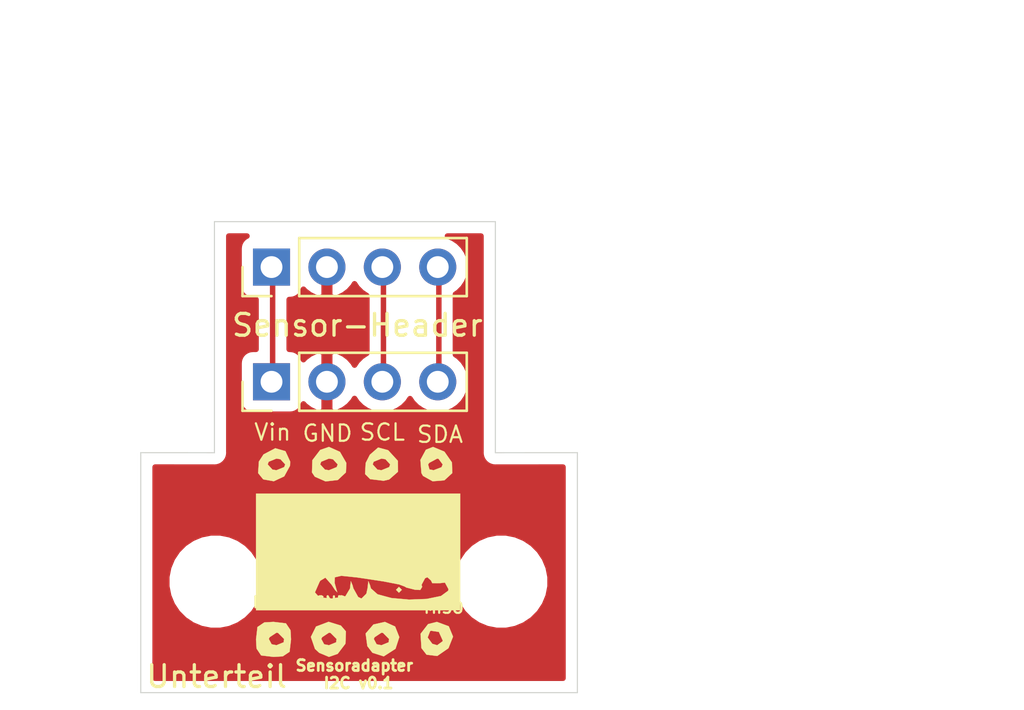
<source format=kicad_pcb>
(kicad_pcb (version 20171130) (host pcbnew "(5.1.8)-1")

  (general
    (thickness 1.6)
    (drawings 18)
    (tracks 6)
    (zones 0)
    (modules 5)
    (nets 5)
  )

  (page A4)
  (layers
    (0 F.Cu signal)
    (31 B.Cu signal)
    (32 B.Adhes user)
    (33 F.Adhes user)
    (34 B.Paste user)
    (35 F.Paste user)
    (36 B.SilkS user)
    (37 F.SilkS user)
    (38 B.Mask user)
    (39 F.Mask user)
    (40 Dwgs.User user)
    (41 Cmts.User user)
    (42 Eco1.User user)
    (43 Eco2.User user hide)
    (44 Edge.Cuts user)
    (45 Margin user)
    (46 B.CrtYd user)
    (47 F.CrtYd user)
    (48 B.Fab user)
    (49 F.Fab user)
  )

  (setup
    (last_trace_width 0.25)
    (trace_clearance 0.2)
    (zone_clearance 0.508)
    (zone_45_only no)
    (trace_min 0.2)
    (via_size 0.8)
    (via_drill 0.4)
    (via_min_size 0.4)
    (via_min_drill 0.3)
    (uvia_size 0.3)
    (uvia_drill 0.1)
    (uvias_allowed no)
    (uvia_min_size 0.2)
    (uvia_min_drill 0.1)
    (edge_width 0.05)
    (segment_width 0.2)
    (pcb_text_width 0.3)
    (pcb_text_size 1.5 1.5)
    (mod_edge_width 0.12)
    (mod_text_size 1 1)
    (mod_text_width 0.15)
    (pad_size 3.2 3.2)
    (pad_drill 3.2)
    (pad_to_mask_clearance 0.051)
    (solder_mask_min_width 0.25)
    (aux_axis_origin 0 0)
    (visible_elements 7FFFFFFF)
    (pcbplotparams
      (layerselection 0x010fc_ffffffff)
      (usegerberextensions false)
      (usegerberattributes false)
      (usegerberadvancedattributes false)
      (creategerberjobfile false)
      (excludeedgelayer true)
      (linewidth 0.100000)
      (plotframeref false)
      (viasonmask false)
      (mode 1)
      (useauxorigin false)
      (hpglpennumber 1)
      (hpglpenspeed 20)
      (hpglpendiameter 15.000000)
      (psnegative false)
      (psa4output false)
      (plotreference true)
      (plotvalue true)
      (plotinvisibletext false)
      (padsonsilk false)
      (subtractmaskfromsilk false)
      (outputformat 1)
      (mirror false)
      (drillshape 0)
      (scaleselection 1)
      (outputdirectory "Gerber/"))
  )

  (net 0 "")
  (net 1 GND)
  (net 2 Vin)
  (net 3 SDA)
  (net 4 SCL)

  (net_class Default "Dies ist die voreingestellte Netzklasse."
    (clearance 0.2)
    (trace_width 0.25)
    (via_dia 0.8)
    (via_drill 0.4)
    (uvia_dia 0.3)
    (uvia_drill 0.1)
    (add_net GND)
    (add_net SCL)
    (add_net SDA)
    (add_net Vin)
  )

  (module "Logo Attno.de:Logo_druck" (layer F.Cu) (tedit 0) (tstamp 5FB546B9)
    (at 70.0786 81.6356)
    (fp_text reference G*** (at 0 0) (layer F.SilkS) hide
      (effects (font (size 1.524 1.524) (thickness 0.3)))
    )
    (fp_text value LOGO (at 0.75 0) (layer F.SilkS) hide
      (effects (font (size 1.524 1.524) (thickness 0.3)))
    )
    (fp_poly (pts (xy 2.138947 1.737895) (xy 2.005263 1.871579) (xy 1.871578 1.737895) (xy 2.005263 1.60421)
      (xy 2.138947 1.737895)) (layer F.SilkS) (width 0.01))
    (fp_poly (pts (xy 4.089816 -4.595979) (xy 4.434735 -4.1028) (xy 4.449882 -3.612879) (xy 4.088167 -3.2809)
      (xy 3.55026 -3.237404) (xy 3.109036 -3.48305) (xy 3.03774 -3.609474) (xy 3.005379 -4.010526)
      (xy 3.342105 -4.010526) (xy 3.402717 -3.781632) (xy 3.593694 -3.743158) (xy 3.959511 -3.882751)
      (xy 4.010526 -4.010526) (xy 3.818628 -4.270242) (xy 3.758937 -4.277895) (xy 3.39683 -4.083545)
      (xy 3.342105 -4.010526) (xy 3.005379 -4.010526) (xy 2.988838 -4.215517) (xy 3.2409 -4.683255)
      (xy 3.568344 -4.812632) (xy 4.089816 -4.595979)) (layer F.SilkS) (width 0.01))
    (fp_poly (pts (xy 1.497215 -4.664621) (xy 1.521708 -4.649808) (xy 1.958071 -4.173721) (xy 1.961382 -3.672715)
      (xy 1.558773 -3.320009) (xy 1.304155 -3.2608) (xy 0.68795 -3.334446) (xy 0.453572 -3.569022)
      (xy 0.476776 -4.010526) (xy 0.802105 -4.010526) (xy 1.018662 -3.773323) (xy 1.203157 -3.743158)
      (xy 1.558963 -3.887529) (xy 1.60421 -4.010526) (xy 1.387653 -4.24773) (xy 1.203157 -4.277895)
      (xy 0.847352 -4.133524) (xy 0.802105 -4.010526) (xy 0.476776 -4.010526) (xy 0.480169 -4.075083)
      (xy 0.671125 -4.452433) (xy 1.053407 -4.785038) (xy 1.497215 -4.664621)) (layer F.SilkS) (width 0.01))
    (fp_poly (pts (xy -0.698937 -4.587399) (xy -0.404882 -4.076307) (xy -0.425046 -3.643362) (xy -0.795864 -3.295983)
      (xy -1.358492 -3.230802) (xy -1.850527 -3.44782) (xy -1.981271 -3.643362) (xy -1.968038 -4.010526)
      (xy -1.604211 -4.010526) (xy -1.387654 -3.773323) (xy -1.203158 -3.743158) (xy -0.847353 -3.887529)
      (xy -0.802106 -4.010526) (xy -1.018663 -4.24773) (xy -1.203158 -4.277895) (xy -1.558964 -4.133524)
      (xy -1.604211 -4.010526) (xy -1.968038 -4.010526) (xy -1.960981 -4.206313) (xy -1.604019 -4.673505)
      (xy -1.203158 -4.812632) (xy -0.698937 -4.587399)) (layer F.SilkS) (width 0.01))
    (fp_poly (pts (xy -3.196971 -4.616923) (xy -2.979926 -4.140395) (xy -2.989143 -3.94488) (xy -3.252289 -3.462408)
      (xy -3.731266 -3.239198) (xy -4.214277 -3.323615) (xy -4.449336 -3.611454) (xy -4.423182 -4.010526)
      (xy -4.010527 -4.010526) (xy -3.79397 -3.773323) (xy -3.609474 -3.743158) (xy -3.253669 -3.887529)
      (xy -3.208422 -4.010526) (xy -3.424979 -4.24773) (xy -3.609474 -4.277895) (xy -3.96528 -4.133524)
      (xy -4.010527 -4.010526) (xy -4.423182 -4.010526) (xy -4.414565 -4.142002) (xy -4.201504 -4.468872)
      (xy -3.662664 -4.7517) (xy -3.196971 -4.616923)) (layer F.SilkS) (width 0.01))
    (fp_poly (pts (xy 4.812631 2.673684) (xy -4.545264 2.673684) (xy -4.545264 1.85671) (xy -1.84514 1.85671)
      (xy -1.640977 2.086836) (xy -1.069474 2.138947) (xy -0.449193 2.032284) (xy -0.236914 1.678869)
      (xy -0.236354 1.671053) (xy -0.199008 1.341536) (xy -0.120086 1.531401) (xy -0.083065 1.671053)
      (xy 0.137174 2.067551) (xy 0.286972 2.138947) (xy 0.512231 1.91694) (xy 0.565751 1.671053)
      (xy 0.603097 1.341536) (xy 0.682019 1.531401) (xy 0.71904 1.671053) (xy 1.023883 1.942669)
      (xy 1.661629 2.1152) (xy 2.468428 2.186887) (xy 3.280431 2.155969) (xy 3.933785 2.020685)
      (xy 4.264641 1.779275) (xy 4.277894 1.709289) (xy 4.113499 1.405706) (xy 3.876842 1.43353)
      (xy 3.532945 1.431665) (xy 3.475789 1.312671) (xy 3.31091 1.162077) (xy 3.204059 1.205853)
      (xy 3.040408 1.51151) (xy 3.071649 1.599214) (xy 2.983308 1.745726) (xy 2.741799 1.73488)
      (xy 2.344973 1.633411) (xy 2.272631 1.590545) (xy 2.017938 1.492766) (xy 1.298922 1.353099)
      (xy 0.183184 1.184476) (xy 0.064366 1.16815) (xy -0.638136 1.095906) (xy -0.934809 1.164674)
      (xy -0.945218 1.415944) (xy -0.918078 1.509049) (xy -0.821817 1.851758) (xy -0.926927 1.742986)
      (xy -1.080524 1.50529) (xy -1.365887 1.180679) (xy -1.595147 1.317081) (xy -1.631354 1.371606)
      (xy -1.84514 1.85671) (xy -4.545264 1.85671) (xy -4.545264 -2.673684) (xy 4.812631 -2.673684)
      (xy 4.812631 2.673684)) (layer F.SilkS) (width 0.01))
    (fp_poly (pts (xy 4.289104 3.40888) (xy 4.485854 3.883973) (xy 4.275068 4.414984) (xy 3.760298 4.770967)
      (xy 3.272011 4.712338) (xy 3.03774 4.411579) (xy 3.005955 3.923658) (xy 3.321753 3.923658)
      (xy 3.535729 4.214069) (xy 3.758937 4.277895) (xy 4.005698 4.098505) (xy 4.010526 4.055088)
      (xy 3.836112 3.667614) (xy 3.47406 3.613807) (xy 3.434135 3.635217) (xy 3.321753 3.923658)
      (xy 3.005955 3.923658) (xy 2.995131 3.757507) (xy 3.340792 3.309889) (xy 3.743157 3.208421)
      (xy 4.289104 3.40888)) (layer F.SilkS) (width 0.01))
    (fp_poly (pts (xy 1.830489 3.420844) (xy 2.023085 3.906185) (xy 1.850749 4.436547) (xy 1.843454 4.445467)
      (xy 1.308609 4.788602) (xy 0.789363 4.623462) (xy 0.556657 4.318854) (xy 0.512481 3.990474)
      (xy 0.85335 3.990474) (xy 0.982414 4.234271) (xy 1.203157 4.277895) (xy 1.535916 4.142232)
      (xy 1.552964 3.990474) (xy 1.276938 3.714239) (xy 1.203157 3.703053) (xy 0.889659 3.911204)
      (xy 0.85335 3.990474) (xy 0.512481 3.990474) (xy 0.479001 3.74161) (xy 0.834794 3.328056)
      (xy 1.36171 3.208421) (xy 1.830489 3.420844)) (layer F.SilkS) (width 0.01))
    (fp_poly (pts (xy -0.654718 3.377959) (xy -0.425046 3.643362) (xy -0.445336 4.206313) (xy -0.802298 4.673505)
      (xy -1.203158 4.812632) (xy -1.650245 4.625796) (xy -1.843455 4.445467) (xy -1.999823 3.990474)
      (xy -1.552965 3.990474) (xy -1.423901 4.234271) (xy -1.203158 4.277895) (xy -0.870399 4.142232)
      (xy -0.853351 3.990474) (xy -1.129378 3.714239) (xy -1.203158 3.703053) (xy -1.516657 3.911204)
      (xy -1.552965 3.990474) (xy -1.999823 3.990474) (xy -2.031887 3.897179) (xy -1.795855 3.42208)
      (xy -1.233012 3.208837) (xy -1.203158 3.208421) (xy -0.654718 3.377959)) (layer F.SilkS) (width 0.01))
    (fp_poly (pts (xy -3.175028 3.274671) (xy -2.965626 3.587178) (xy -2.941053 4.010526) (xy -3.007304 4.578657)
      (xy -3.319811 4.788059) (xy -3.743158 4.812632) (xy -4.311289 4.746381) (xy -4.520691 4.433874)
      (xy -4.545264 4.010526) (xy -4.542926 3.990474) (xy -3.959281 3.990474) (xy -3.830217 4.234271)
      (xy -3.609474 4.277895) (xy -3.276715 4.142232) (xy -3.259667 3.990474) (xy -3.535693 3.714239)
      (xy -3.609474 3.703053) (xy -3.922973 3.911204) (xy -3.959281 3.990474) (xy -4.542926 3.990474)
      (xy -4.479013 3.442395) (xy -4.166506 3.232994) (xy -3.743158 3.208421) (xy -3.175028 3.274671)) (layer F.SilkS) (width 0.01))
  )

  (module MountingHole:MountingHole_3.2mm_M3_DIN965 (layer F.Cu) (tedit 56D1B4CB) (tstamp 5FB545CE)
    (at 76.776 83)
    (descr "Mounting Hole 3.2mm, no annular, M3, DIN965")
    (tags "mounting hole 3.2mm no annular m3 din965")
    (attr virtual)
    (fp_text reference REF** (at 0 -3.8) (layer F.SilkS) hide
      (effects (font (size 1 1) (thickness 0.15)))
    )
    (fp_text value MountingHole_3.2mm_M3_DIN965 (at 1.9132 9.8878) (layer F.Fab) hide
      (effects (font (size 1 1) (thickness 0.15)))
    )
    (fp_circle (center 0 0) (end 3.05 0) (layer F.CrtYd) (width 0.05))
    (fp_circle (center 0 0) (end 2.8 0) (layer Cmts.User) (width 0.15))
    (fp_text user %R (at 0.3 0) (layer F.Fab)
      (effects (font (size 1 1) (thickness 0.15)))
    )
    (pad 1 np_thru_hole circle (at 0 0) (size 3.2 3.2) (drill 3.2) (layers *.Cu *.Mask))
  )

  (module MountingHole:MountingHole_3.2mm_M3_DIN965 (layer F.Cu) (tedit 56D1B4CB) (tstamp 5FB54561)
    (at 63.6778 83)
    (descr "Mounting Hole 3.2mm, no annular, M3, DIN965")
    (tags "mounting hole 3.2mm no annular m3 din965")
    (attr virtual)
    (fp_text reference REF** (at 0 -3.8) (layer F.SilkS) hide
      (effects (font (size 1 1) (thickness 0.15)))
    )
    (fp_text value MountingHole_3.2mm_M3_DIN965 (at -1.778 11.7674) (layer F.Fab) hide
      (effects (font (size 1 1) (thickness 0.15)))
    )
    (fp_circle (center 0 0) (end 3.05 0) (layer F.CrtYd) (width 0.05))
    (fp_circle (center 0 0) (end 2.8 0) (layer Cmts.User) (width 0.15))
    (fp_text user %R (at 0.3 0) (layer F.Fab)
      (effects (font (size 1 1) (thickness 0.15)))
    )
    (pad 1 np_thru_hole circle (at 0 0) (size 3.2 3.2) (drill 3.2) (layers *.Cu *.Mask))
  )

  (module Connector_PinHeader_2.54mm:PinHeader_1x04_P2.54mm_Vertical (layer F.Cu) (tedit 59FED5CC) (tstamp 5FB4E52C)
    (at 66.2432 73.8378 90)
    (descr "Through hole straight pin header, 1x04, 2.54mm pitch, single row")
    (tags "Through hole pin header THT 1x04 2.54mm single row")
    (path /5FB4ED2F)
    (fp_text reference CON-Header1 (at 4.7244 24.2824 90) (layer F.SilkS) hide
      (effects (font (size 1 1) (thickness 0.15)))
    )
    (fp_text value Conn_01x04_Male (at 4.6228 25.4 90) (layer F.Fab)
      (effects (font (size 1 1) (thickness 0.15)))
    )
    (fp_line (start 1.8 -1.8) (end -1.8 -1.8) (layer F.CrtYd) (width 0.05))
    (fp_line (start 1.8 9.4) (end 1.8 -1.8) (layer F.CrtYd) (width 0.05))
    (fp_line (start -1.8 9.4) (end 1.8 9.4) (layer F.CrtYd) (width 0.05))
    (fp_line (start -1.8 -1.8) (end -1.8 9.4) (layer F.CrtYd) (width 0.05))
    (fp_line (start -1.33 -1.33) (end 0 -1.33) (layer F.SilkS) (width 0.12))
    (fp_line (start -1.33 0) (end -1.33 -1.33) (layer F.SilkS) (width 0.12))
    (fp_line (start -1.33 1.27) (end 1.33 1.27) (layer F.SilkS) (width 0.12))
    (fp_line (start 1.33 1.27) (end 1.33 8.95) (layer F.SilkS) (width 0.12))
    (fp_line (start -1.33 1.27) (end -1.33 8.95) (layer F.SilkS) (width 0.12))
    (fp_line (start -1.33 8.95) (end 1.33 8.95) (layer F.SilkS) (width 0.12))
    (fp_line (start -1.27 -0.635) (end -0.635 -1.27) (layer F.Fab) (width 0.1))
    (fp_line (start -1.27 8.89) (end -1.27 -0.635) (layer F.Fab) (width 0.1))
    (fp_line (start 1.27 8.89) (end -1.27 8.89) (layer F.Fab) (width 0.1))
    (fp_line (start 1.27 -1.27) (end 1.27 8.89) (layer F.Fab) (width 0.1))
    (fp_line (start -0.635 -1.27) (end 1.27 -1.27) (layer F.Fab) (width 0.1))
    (fp_text user %R (at -5.9436 28.9306) (layer F.Fab)
      (effects (font (size 1 1) (thickness 0.15)))
    )
    (pad 4 thru_hole oval (at 0 7.62 90) (size 1.7 1.7) (drill 1) (layers *.Cu *.Mask)
      (net 3 SDA))
    (pad 3 thru_hole oval (at 0 5.08 90) (size 1.7 1.7) (drill 1) (layers *.Cu *.Mask)
      (net 4 SCL))
    (pad 2 thru_hole oval (at 0 2.54 90) (size 1.7 1.7) (drill 1) (layers *.Cu *.Mask)
      (net 1 GND))
    (pad 1 thru_hole rect (at 0 0 90) (size 1.7 1.7) (drill 1) (layers *.Cu *.Mask)
      (net 2 Vin))
  )

  (module Connector_PinHeader_2.54mm:PinHeader_1x04_P2.54mm_Vertical (layer F.Cu) (tedit 59FED5CC) (tstamp 5FB4E544)
    (at 66.2432 68.58 90)
    (descr "Through hole straight pin header, 1x04, 2.54mm pitch, single row")
    (tags "Through hole pin header THT 1x04 2.54mm single row")
    (path /5FB4E4E3)
    (fp_text reference Sensor-Header (at -2.667 3.937 180) (layer F.SilkS)
      (effects (font (size 1 1) (thickness 0.15)))
    )
    (fp_text value Conn_01x04_Male (at -1.4732 27.686 90) (layer F.Fab)
      (effects (font (size 1 1) (thickness 0.15)))
    )
    (fp_line (start -0.635 -1.27) (end 1.27 -1.27) (layer F.Fab) (width 0.1))
    (fp_line (start 1.27 -1.27) (end 1.27 8.89) (layer F.Fab) (width 0.1))
    (fp_line (start 1.27 8.89) (end -1.27 8.89) (layer F.Fab) (width 0.1))
    (fp_line (start -1.27 8.89) (end -1.27 -0.635) (layer F.Fab) (width 0.1))
    (fp_line (start -1.27 -0.635) (end -0.635 -1.27) (layer F.Fab) (width 0.1))
    (fp_line (start -1.33 8.95) (end 1.33 8.95) (layer F.SilkS) (width 0.12))
    (fp_line (start -1.33 1.27) (end -1.33 8.95) (layer F.SilkS) (width 0.12))
    (fp_line (start 1.33 1.27) (end 1.33 8.95) (layer F.SilkS) (width 0.12))
    (fp_line (start -1.33 1.27) (end 1.33 1.27) (layer F.SilkS) (width 0.12))
    (fp_line (start -1.33 0) (end -1.33 -1.33) (layer F.SilkS) (width 0.12))
    (fp_line (start -1.33 -1.33) (end 0 -1.33) (layer F.SilkS) (width 0.12))
    (fp_line (start -1.8 -1.8) (end -1.8 9.4) (layer F.CrtYd) (width 0.05))
    (fp_line (start -1.8 9.4) (end 1.8 9.4) (layer F.CrtYd) (width 0.05))
    (fp_line (start 1.8 9.4) (end 1.8 -1.8) (layer F.CrtYd) (width 0.05))
    (fp_line (start 1.8 -1.8) (end -1.8 -1.8) (layer F.CrtYd) (width 0.05))
    (fp_text user %R (at -9.7028 28.6512) (layer F.Fab)
      (effects (font (size 1 1) (thickness 0.15)))
    )
    (pad 1 thru_hole rect (at 0 0 90) (size 1.7 1.7) (drill 1) (layers *.Cu *.Mask)
      (net 2 Vin))
    (pad 2 thru_hole oval (at 0 2.54 90) (size 1.7 1.7) (drill 1) (layers *.Cu *.Mask)
      (net 1 GND))
    (pad 3 thru_hole oval (at 0 5.08 90) (size 1.7 1.7) (drill 1) (layers *.Cu *.Mask)
      (net 4 SCL))
    (pad 4 thru_hole oval (at 0 7.62 90) (size 1.7 1.7) (drill 1) (layers *.Cu *.Mask)
      (net 3 SDA))
  )

  (gr_text SDA (at 73.9648 76.2508) (layer F.SilkS) (tstamp 5FB54C00)
    (effects (font (size 0.75 0.75) (thickness 0.1)))
  )
  (gr_text SCL (at 71.3232 76.1492) (layer F.SilkS) (tstamp 5FB54BFC)
    (effects (font (size 0.75 0.75) (thickness 0.1)))
  )
  (gr_text GND (at 68.8086 76.2) (layer F.SilkS)
    (effects (font (size 0.75 0.75) (thickness 0.1)))
  )
  (gr_text Vin (at 66.294 76.1492) (layer F.SilkS)
    (effects (font (size 0.75 0.75) (thickness 0.1)))
  )
  (gr_line (start 76.5048 77.089) (end 76.5048 66.4972) (layer Edge.Cuts) (width 0.05) (tstamp 5FB549E2))
  (gr_text GND (at 68.961 83.947) (layer F.SilkS) (tstamp 5FB16EDB)
    (effects (font (size 0.5 0.5) (thickness 0.1)))
  )
  (gr_text MOSI (at 66.294 83.947) (layer F.SilkS) (tstamp 5FB16EB5)
    (effects (font (size 0.5 0.5) (thickness 0.1)))
  )
  (gr_text Vin (at 63.9064 83.947) (layer F.SilkS) (tstamp 5FB21B18)
    (effects (font (size 0.5 0.5) (thickness 0.1)))
  )
  (gr_text MISO (at 74.1426 84.201) (layer F.SilkS) (tstamp 5FB21AF8)
    (effects (font (size 0.5 0.5) (thickness 0.1)))
  )
  (gr_text "Sensoradapter \nI2C v0.1" (at 70.231 87.249) (layer F.SilkS)
    (effects (font (size 0.5 0.5) (thickness 0.125)))
  )
  (gr_text Unterteil (at 63.7286 87.3506) (layer F.SilkS)
    (effects (font (size 1 1) (thickness 0.15)))
  )
  (gr_line (start 60.2488 77.0872) (end 63.627 77.089) (layer Edge.Cuts) (width 0.05))
  (gr_line (start 80.264 77.0872) (end 76.5048 77.089) (layer Edge.Cuts) (width 0.05))
  (gr_line (start 63.627 77.089) (end 63.627 66.4972) (layer Edge.Cuts) (width 0.05) (tstamp 5FB1788D))
  (gr_line (start 63.627 66.4972) (end 76.5048 66.4972) (layer Edge.Cuts) (width 0.05))
  (gr_line (start 60.2488 77.0872) (end 60.2488 88.0872) (layer Edge.Cuts) (width 0.05))
  (gr_line (start 80.264 88.0872) (end 80.264 77.0872) (layer Edge.Cuts) (width 0.05))
  (gr_line (start 60.2488 88.0872) (end 80.264 88.0872) (layer Edge.Cuts) (width 0.05))

  (segment (start 66.294 68.6308) (end 66.2432 68.58) (width 0.25) (layer F.Cu) (net 2))
  (segment (start 66.294 74.422) (end 66.294 68.6308) (width 0.25) (layer F.Cu) (net 2))
  (segment (start 73.914 68.6308) (end 73.8632 68.58) (width 0.25) (layer F.Cu) (net 3))
  (segment (start 73.914 74.422) (end 73.914 68.6308) (width 0.25) (layer F.Cu) (net 3))
  (segment (start 71.374 68.6308) (end 71.3232 68.58) (width 0.25) (layer F.Cu) (net 4))
  (segment (start 71.374 74.422) (end 71.374 68.6308) (width 0.25) (layer F.Cu) (net 4))

  (zone (net 1) (net_name GND) (layer F.Cu) (tstamp 6022F2FB) (hatch edge 0.508)
    (connect_pads (clearance 0.508))
    (min_thickness 0.254)
    (fill yes (arc_segments 32) (thermal_gap 0.508) (thermal_bridge_width 0.508))
    (polygon
      (pts
        (xy 86.0298 88.8746) (xy 55.8038 88.646) (xy 53.7972 57.3024) (xy 85.725 56.3372)
      )
    )
    (filled_polygon
      (pts
        (xy 65.038706 67.199463) (xy 64.942015 67.278815) (xy 64.862663 67.375506) (xy 64.803698 67.48582) (xy 64.767388 67.605518)
        (xy 64.755128 67.73) (xy 64.755128 69.43) (xy 64.767388 69.554482) (xy 64.803698 69.67418) (xy 64.862663 69.784494)
        (xy 64.942015 69.881185) (xy 65.038706 69.960537) (xy 65.14902 70.019502) (xy 65.268718 70.055812) (xy 65.3932 70.068072)
        (xy 65.534001 70.068072) (xy 65.534 72.349728) (xy 65.3932 72.349728) (xy 65.268718 72.361988) (xy 65.14902 72.398298)
        (xy 65.038706 72.457263) (xy 64.942015 72.536615) (xy 64.862663 72.633306) (xy 64.803698 72.74362) (xy 64.767388 72.863318)
        (xy 64.755128 72.9878) (xy 64.755128 74.6878) (xy 64.767388 74.812282) (xy 64.803698 74.93198) (xy 64.862663 75.042294)
        (xy 64.942015 75.138985) (xy 65.038706 75.218337) (xy 65.14902 75.277302) (xy 65.268718 75.313612) (xy 65.3932 75.325872)
        (xy 67.0932 75.325872) (xy 67.217682 75.313612) (xy 67.33738 75.277302) (xy 67.447694 75.218337) (xy 67.544385 75.138985)
        (xy 67.623737 75.042294) (xy 67.682702 74.93198) (xy 67.707166 74.851334) (xy 67.782931 74.935388) (xy 68.01628 75.109441)
        (xy 68.279101 75.234625) (xy 68.42631 75.279276) (xy 68.6562 75.157955) (xy 68.6562 73.9648) (xy 68.6362 73.9648)
        (xy 68.6362 73.7108) (xy 68.6562 73.7108) (xy 68.6562 72.517645) (xy 68.42631 72.396324) (xy 68.279101 72.440975)
        (xy 68.01628 72.566159) (xy 67.782931 72.740212) (xy 67.707166 72.824266) (xy 67.682702 72.74362) (xy 67.623737 72.633306)
        (xy 67.544385 72.536615) (xy 67.447694 72.457263) (xy 67.33738 72.398298) (xy 67.217682 72.361988) (xy 67.0932 72.349728)
        (xy 67.054 72.349728) (xy 67.054 70.068072) (xy 67.0932 70.068072) (xy 67.217682 70.055812) (xy 67.33738 70.019502)
        (xy 67.447694 69.960537) (xy 67.544385 69.881185) (xy 67.623737 69.784494) (xy 67.682702 69.67418) (xy 67.707166 69.593534)
        (xy 67.782931 69.677588) (xy 68.01628 69.851641) (xy 68.279101 69.976825) (xy 68.42631 70.021476) (xy 68.6562 69.900155)
        (xy 68.6562 68.707) (xy 68.6362 68.707) (xy 68.6362 68.453) (xy 68.6562 68.453) (xy 68.6562 68.433)
        (xy 68.9102 68.433) (xy 68.9102 68.453) (xy 68.9302 68.453) (xy 68.9302 68.707) (xy 68.9102 68.707)
        (xy 68.9102 69.900155) (xy 69.14009 70.021476) (xy 69.287299 69.976825) (xy 69.55012 69.851641) (xy 69.783469 69.677588)
        (xy 69.978378 69.461355) (xy 70.048005 69.344466) (xy 70.169725 69.526632) (xy 70.376568 69.733475) (xy 70.614001 69.892122)
        (xy 70.614 72.525678) (xy 70.376568 72.684325) (xy 70.169725 72.891168) (xy 70.048005 73.073334) (xy 69.978378 72.956445)
        (xy 69.783469 72.740212) (xy 69.55012 72.566159) (xy 69.287299 72.440975) (xy 69.14009 72.396324) (xy 68.9102 72.517645)
        (xy 68.9102 73.7108) (xy 68.9302 73.7108) (xy 68.9302 73.9648) (xy 68.9102 73.9648) (xy 68.9102 75.157955)
        (xy 69.14009 75.279276) (xy 69.287299 75.234625) (xy 69.55012 75.109441) (xy 69.783469 74.935388) (xy 69.978378 74.719155)
        (xy 70.048005 74.602266) (xy 70.169725 74.784432) (xy 70.376568 74.991275) (xy 70.619789 75.15379) (xy 70.890042 75.265732)
        (xy 71.17694 75.3228) (xy 71.46946 75.3228) (xy 71.756358 75.265732) (xy 72.026611 75.15379) (xy 72.269832 74.991275)
        (xy 72.476675 74.784432) (xy 72.5932 74.61004) (xy 72.709725 74.784432) (xy 72.916568 74.991275) (xy 73.159789 75.15379)
        (xy 73.430042 75.265732) (xy 73.71694 75.3228) (xy 74.00946 75.3228) (xy 74.296358 75.265732) (xy 74.566611 75.15379)
        (xy 74.809832 74.991275) (xy 75.016675 74.784432) (xy 75.17919 74.541211) (xy 75.291132 74.270958) (xy 75.3482 73.98406)
        (xy 75.3482 73.69154) (xy 75.291132 73.404642) (xy 75.17919 73.134389) (xy 75.016675 72.891168) (xy 74.809832 72.684325)
        (xy 74.674 72.593565) (xy 74.674 69.824235) (xy 74.809832 69.733475) (xy 75.016675 69.526632) (xy 75.17919 69.283411)
        (xy 75.291132 69.013158) (xy 75.3482 68.72626) (xy 75.3482 68.43374) (xy 75.291132 68.146842) (xy 75.17919 67.876589)
        (xy 75.016675 67.633368) (xy 74.809832 67.426525) (xy 74.566611 67.26401) (xy 74.308748 67.1572) (xy 75.844801 67.1572)
        (xy 75.8448 77.056748) (xy 75.841608 77.089317) (xy 75.847816 77.152039) (xy 75.85435 77.218382) (xy 75.854398 77.218539)
        (xy 75.854413 77.218694) (xy 75.87297 77.279762) (xy 75.89209 77.342792) (xy 75.892166 77.342934) (xy 75.892212 77.343086)
        (xy 75.92256 77.399798) (xy 75.953375 77.457449) (xy 75.953478 77.457574) (xy 75.953552 77.457713) (xy 75.994043 77.507004)
        (xy 76.035852 77.557948) (xy 76.035978 77.558051) (xy 76.036077 77.558172) (xy 76.085018 77.598298) (xy 76.13635 77.640425)
        (xy 76.136495 77.640502) (xy 76.136615 77.640601) (xy 76.192502 77.670439) (xy 76.251007 77.70171) (xy 76.251163 77.701757)
        (xy 76.251301 77.701831) (xy 76.311775 77.720144) (xy 76.375417 77.73945) (xy 76.375581 77.739466) (xy 76.375729 77.739511)
        (xy 76.438817 77.745694) (xy 76.5048 77.752193) (xy 76.537381 77.748984) (xy 79.604001 77.747516) (xy 79.604 87.4272)
        (xy 60.9088 87.4272) (xy 60.9088 82.779872) (xy 61.4428 82.779872) (xy 61.4428 83.220128) (xy 61.52869 83.651925)
        (xy 61.697169 84.058669) (xy 61.941762 84.424729) (xy 62.253071 84.736038) (xy 62.619131 84.980631) (xy 63.025875 85.14911)
        (xy 63.457672 85.235) (xy 63.897928 85.235) (xy 64.329725 85.14911) (xy 64.736469 84.980631) (xy 65.102529 84.736038)
        (xy 65.413838 84.424729) (xy 65.658431 84.058669) (xy 65.82691 83.651925) (xy 65.9128 83.220128) (xy 65.9128 82.779872)
        (xy 74.541 82.779872) (xy 74.541 83.220128) (xy 74.62689 83.651925) (xy 74.795369 84.058669) (xy 75.039962 84.424729)
        (xy 75.351271 84.736038) (xy 75.717331 84.980631) (xy 76.124075 85.14911) (xy 76.555872 85.235) (xy 76.996128 85.235)
        (xy 77.427925 85.14911) (xy 77.834669 84.980631) (xy 78.200729 84.736038) (xy 78.512038 84.424729) (xy 78.756631 84.058669)
        (xy 78.92511 83.651925) (xy 79.011 83.220128) (xy 79.011 82.779872) (xy 78.92511 82.348075) (xy 78.756631 81.941331)
        (xy 78.512038 81.575271) (xy 78.200729 81.263962) (xy 77.834669 81.019369) (xy 77.427925 80.85089) (xy 76.996128 80.765)
        (xy 76.555872 80.765) (xy 76.124075 80.85089) (xy 75.717331 81.019369) (xy 75.351271 81.263962) (xy 75.039962 81.575271)
        (xy 74.795369 81.941331) (xy 74.62689 82.348075) (xy 74.541 82.779872) (xy 65.9128 82.779872) (xy 65.82691 82.348075)
        (xy 65.658431 81.941331) (xy 65.413838 81.575271) (xy 65.102529 81.263962) (xy 64.736469 81.019369) (xy 64.329725 80.85089)
        (xy 63.897928 80.765) (xy 63.457672 80.765) (xy 63.025875 80.85089) (xy 62.619131 81.019369) (xy 62.253071 81.263962)
        (xy 61.941762 81.575271) (xy 61.697169 81.941331) (xy 61.52869 82.348075) (xy 61.4428 82.779872) (xy 60.9088 82.779872)
        (xy 60.9088 77.747551) (xy 63.594403 77.748983) (xy 63.627 77.752193) (xy 63.692475 77.745744) (xy 63.756035 77.739518)
        (xy 63.756201 77.739468) (xy 63.756382 77.73945) (xy 63.819231 77.720385) (xy 63.880466 77.701845) (xy 63.880623 77.701761)
        (xy 63.880792 77.70171) (xy 63.9381 77.671078) (xy 63.995155 77.640621) (xy 63.995291 77.640509) (xy 63.995449 77.640425)
        (xy 64.046717 77.59835) (xy 64.095697 77.558197) (xy 64.095805 77.558065) (xy 64.095948 77.557948) (xy 64.138423 77.506192)
        (xy 64.178228 77.457743) (xy 64.178309 77.457591) (xy 64.178425 77.45745) (xy 64.209736 77.398871) (xy 64.239574 77.343119)
        (xy 64.239624 77.342953) (xy 64.23971 77.342793) (xy 64.25904 77.279071) (xy 64.27738 77.218729) (xy 64.277397 77.218558)
        (xy 64.27745 77.218383) (xy 64.28398 77.152086) (xy 64.290192 77.089353) (xy 64.287 77.056766) (xy 64.287 67.1572)
        (xy 65.117773 67.1572)
      )
    )
  )
)

</source>
